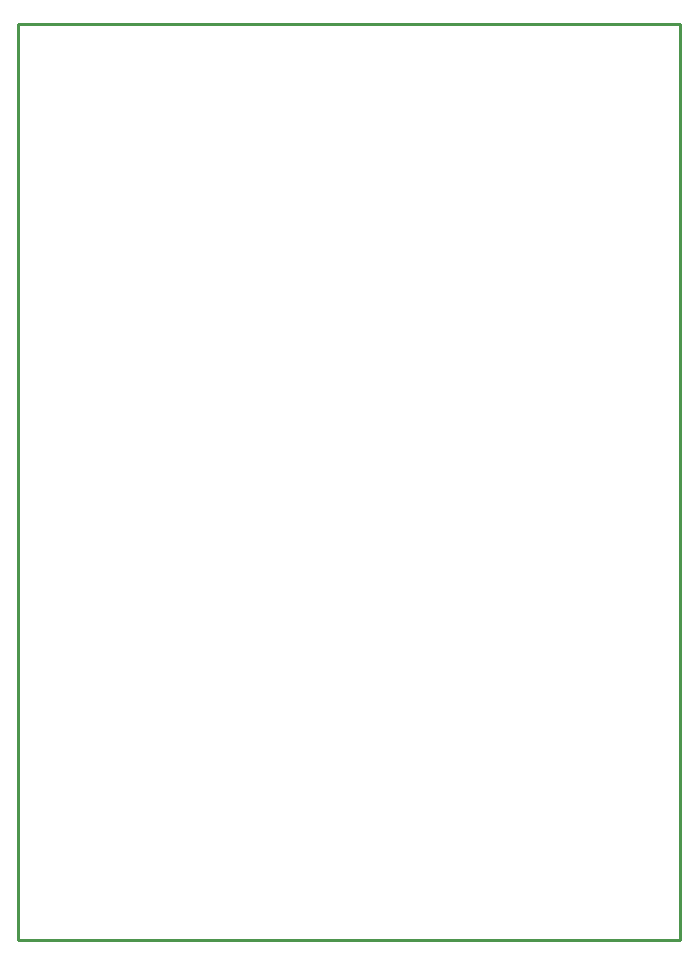
<source format=gbr>
G04 EAGLE Gerber X2 export*
%TF.Part,Single*%
%TF.FileFunction,Profile,NP*%
%TF.FilePolarity,Positive*%
%TF.GenerationSoftware,Autodesk,EAGLE,8.6.3*%
%TF.CreationDate,2019-07-12T16:26:13Z*%
G75*
%MOMM*%
%FSLAX34Y34*%
%LPD*%
%AMOC8*
5,1,8,0,0,1.08239X$1,22.5*%
G01*
%ADD10C,0.254000*%


D10*
X0Y0D02*
X560000Y0D01*
X560000Y775000D01*
X0Y775000D01*
X0Y0D01*
M02*

</source>
